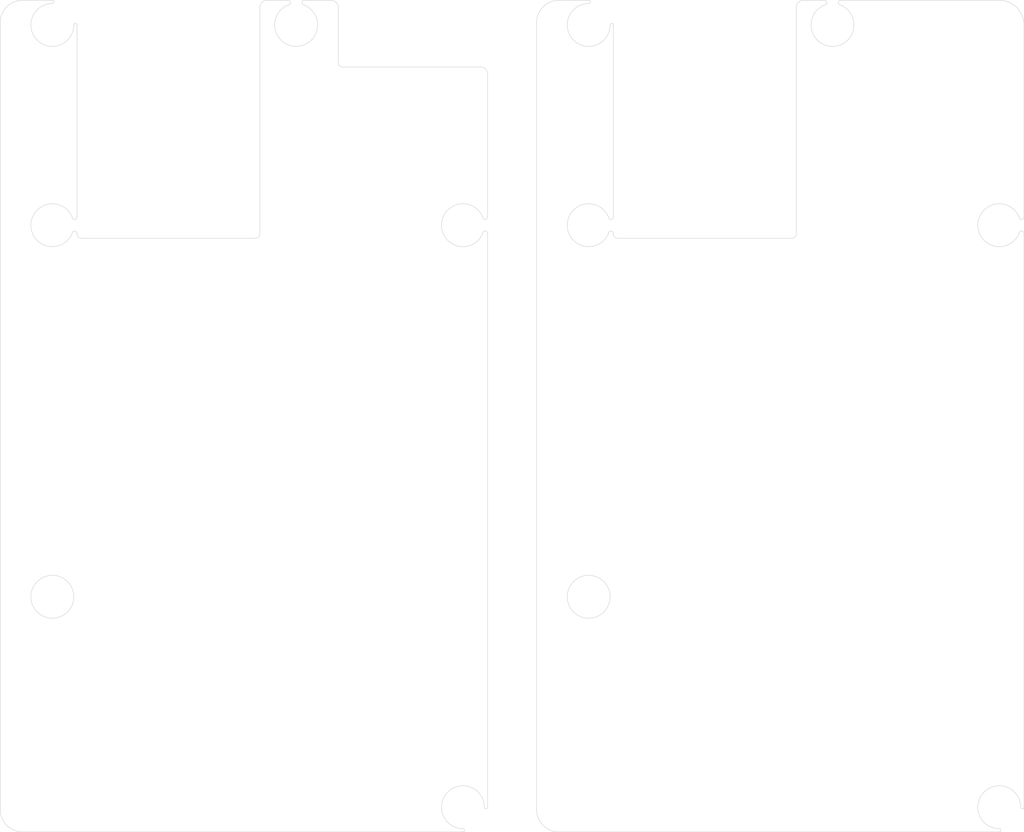
<source format=kicad_pcb>
(kicad_pcb (version 20171130) (host pcbnew "(5.1.12)-1")

  (general
    (thickness 1.6)
    (drawings 70)
    (tracks 0)
    (zones 0)
    (modules 0)
    (nets 1)
  )

  (page A4)
  (layers
    (0 F.Cu signal)
    (31 B.Cu signal)
    (32 B.Adhes user)
    (33 F.Adhes user)
    (34 B.Paste user)
    (35 F.Paste user)
    (36 B.SilkS user)
    (37 F.SilkS user)
    (38 B.Mask user)
    (39 F.Mask user)
    (40 Dwgs.User user)
    (41 Cmts.User user)
    (42 Eco1.User user)
    (43 Eco2.User user)
    (44 Edge.Cuts user)
    (45 Margin user)
    (46 B.CrtYd user)
    (47 F.CrtYd user)
    (48 B.Fab user)
    (49 F.Fab user)
  )

  (setup
    (last_trace_width 0.25)
    (user_trace_width 0.5)
    (trace_clearance 0.2)
    (zone_clearance 0)
    (zone_45_only no)
    (trace_min 0.2)
    (via_size 0.8)
    (via_drill 0.4)
    (via_min_size 0.4)
    (via_min_drill 0.3)
    (uvia_size 0.3)
    (uvia_drill 0.1)
    (uvias_allowed no)
    (uvia_min_size 0.2)
    (uvia_min_drill 0.1)
    (edge_width 0.05)
    (segment_width 0.2)
    (pcb_text_width 0.3)
    (pcb_text_size 1.5 1.5)
    (mod_edge_width 0.12)
    (mod_text_size 1 1)
    (mod_text_width 0.15)
    (pad_size 1.524 1.524)
    (pad_drill 0.762)
    (pad_to_mask_clearance 0)
    (aux_axis_origin 0 0)
    (visible_elements 7FFFFFFF)
    (pcbplotparams
      (layerselection 0x010fc_ffffffff)
      (usegerberextensions false)
      (usegerberattributes true)
      (usegerberadvancedattributes true)
      (creategerberjobfile true)
      (excludeedgelayer true)
      (linewidth 0.100000)
      (plotframeref false)
      (viasonmask false)
      (mode 1)
      (useauxorigin false)
      (hpglpennumber 1)
      (hpglpenspeed 20)
      (hpglpendiameter 15.000000)
      (psnegative false)
      (psa4output false)
      (plotreference true)
      (plotvalue true)
      (plotinvisibletext false)
      (padsonsilk false)
      (subtractmaskfromsilk false)
      (outputformat 1)
      (mirror false)
      (drillshape 1)
      (scaleselection 1)
      (outputdirectory ""))
  )

  (net 0 "")

  (net_class Default "This is the default net class."
    (clearance 0.2)
    (trace_width 0.25)
    (via_dia 0.8)
    (via_drill 0.4)
    (uvia_dia 0.3)
    (uvia_drill 0.1)
  )

  (gr_arc (start 161.397756 -11.013291) (end 163.929008 -11.013291) (angle -90) (layer Edge.Cuts) (width 0.05) (tstamp 63DBC6AD))
  (gr_arc (start 144.29695 -11.013291) (end 143.455046 -13.045826) (angle -315) (layer Edge.Cuts) (width 0.05) (tstamp 63AC1039))
  (gr_line (start 121.824944 -11.013291) (end 121.824944 8.683104) (layer Edge.Cuts) (width 0.05) (tstamp 63AC1038))
  (gr_line (start 145.138854 -13.54452) (end 161.397756 -13.54452) (layer Edge.Cuts) (width 0.05) (tstamp 63AC1037))
  (gr_arc (start 119.293836 -11.013291) (end 119.293836 -13.213291) (angle -269.9961502) (layer Edge.Cuts) (width 0.05) (tstamp 63AC1036))
  (gr_arc (start 161.397756 9.525008) (end 163.430291 8.683104) (angle -315) (layer Edge.Cuts) (width 0.05) (tstamp 63AC1033))
  (gr_arc (start 119.293836 9.525008) (end 121.326371 8.683104) (angle -315) (layer Edge.Cuts) (width 0.05) (tstamp 63AC1030))
  (gr_arc (start 163.67965 8.683104) (end 163.430292 8.683104) (angle -180) (layer Edge.Cuts) (width 0.05) (tstamp 63AC102F))
  (gr_arc (start 163.67965 10.366911) (end 163.929007 10.366911) (angle -180.0002298) (layer Edge.Cuts) (width 0.05) (tstamp 63AC102E))
  (gr_line (start 163.929008 8.683104) (end 163.929008 -11.013291) (layer Edge.Cuts) (width 0.05) (tstamp 63AC102D))
  (gr_circle (center 119.293836 47.625008) (end 119.293836 45.425008) (layer Edge.Cuts) (width 0.05) (tstamp 63AC102C))
  (gr_arc (start 161.397756 71.570714) (end 161.397756 71.73634) (angle -180) (layer Edge.Cuts) (width 0.05) (tstamp 63AC102B))
  (gr_arc (start 163.763382 69.205088) (end 163.597756 69.205088) (angle -180) (layer Edge.Cuts) (width 0.05) (tstamp 63AC102A))
  (gr_arc (start 161.397756 69.205088) (end 163.597756 69.205088) (angle -270) (layer Edge.Cuts) (width 0.05) (tstamp 63AC1029))
  (gr_arc (start 143.455045 -13.295173) (end 143.455045 -13.045826) (angle -179.9997702) (layer Edge.Cuts) (width 0.05) (tstamp 63AC1028))
  (gr_arc (start 141.32024 -12.799208) (end 141.32024 -13.54452) (angle -90) (layer Edge.Cuts) (width 0.05) (tstamp 63AC1027))
  (gr_line (start 141.32024 -13.54452) (end 143.455046 -13.54452) (layer Edge.Cuts) (width 0.05) (tstamp 63AC1026))
  (gr_line (start 163.929008 69.205088) (end 163.929008 10.366912) (layer Edge.Cuts) (width 0.05) (tstamp 63AC1025))
  (gr_arc (start 122.270256 10.41796) (end 122.270256 10.863272) (angle 90) (layer Edge.Cuts) (width 0.05) (tstamp 63AC1023))
  (gr_arc (start 145.138854 -13.295173) (end 145.138854 -13.54452) (angle -179.9997702) (layer Edge.Cuts) (width 0.05) (tstamp 63AC1022))
  (gr_arc (start 121.575657 10.366911) (end 121.824943 10.366911) (angle -180) (layer Edge.Cuts) (width 0.05) (tstamp 63AC1021))
  (gr_arc (start 116.249549 -11.248111) (end 113.953117 -11.248111) (angle 90) (layer Edge.Cuts) (width 0.05) (tstamp 63AC1020))
  (gr_arc (start 116.249549 69.439908) (end 113.953117 69.439908) (angle -90) (layer Edge.Cuts) (width 0.05) (tstamp 63AC101F))
  (gr_line (start 121.824944 10.41796) (end 121.824943 10.366911) (layer Edge.Cuts) (width 0.05) (tstamp 63AC101E))
  (gr_arc (start 119.293836 -13.378906) (end 119.293836 -13.213292) (angle -180) (layer Edge.Cuts) (width 0.05) (tstamp 63AC101D))
  (gr_line (start 113.953117 69.439908) (end 113.953117 -11.248111) (layer Edge.Cuts) (width 0.05) (tstamp 63AC101C))
  (gr_arc (start 121.65933 -11.013291) (end 121.824944 -11.013291) (angle -180) (layer Edge.Cuts) (width 0.05) (tstamp 63AC101B))
  (gr_arc (start 121.575658 8.683104) (end 121.326372 8.683104) (angle -180) (layer Edge.Cuts) (width 0.05) (tstamp 63AC101A))
  (gr_line (start 122.270256 10.863272) (end 140.129616 10.863272) (layer Edge.Cuts) (width 0.05) (tstamp 63AC1017))
  (gr_line (start 140.574928 10.41796) (end 140.574928 -12.799208) (layer Edge.Cuts) (width 0.05) (tstamp 63AC1016))
  (gr_arc (start 140.129616 10.41796) (end 140.574928 10.41796) (angle 90) (layer Edge.Cuts) (width 0.05) (tstamp 63AC1015))
  (gr_line (start 116.249549 71.73634) (end 161.397756 71.73634) (layer Edge.Cuts) (width 0.05) (tstamp 63AC1014))
  (gr_line (start 116.249549 -13.544543) (end 119.293836 -13.54452) (layer Edge.Cuts) (width 0.05) (tstamp 63AC1013))
  (gr_line (start 61.249549 -13.544543) (end 64.293836 -13.54452) (layer Edge.Cuts) (width 0.05) (tstamp 638C3D48))
  (gr_line (start 61.249549 71.73634) (end 106.397756 71.73634) (layer Edge.Cuts) (width 0.05) (tstamp 638C3D49))
  (gr_arc (start 85.129616 10.41796) (end 85.574928 10.41796) (angle 90) (layer Edge.Cuts) (width 0.05) (tstamp 638C3D4C))
  (gr_line (start 85.574928 10.41796) (end 85.574928 -12.799208) (layer Edge.Cuts) (width 0.05) (tstamp 638C3D67))
  (gr_line (start 67.270256 10.863272) (end 85.129616 10.863272) (layer Edge.Cuts) (width 0.05) (tstamp 638C3D64))
  (gr_arc (start 94.059296 -7.143744) (end 94.059296 -6.698432) (angle 90) (layer Edge.Cuts) (width 0.05) (tstamp 638C3D59))
  (gr_line (start 93.613984 -7.143744) (end 93.613984 -12.799208) (layer Edge.Cuts) (width 0.05) (tstamp 638C3D6B))
  (gr_line (start 108.183696 -6.698432) (end 94.059296 -6.698432) (layer Edge.Cuts) (width 0.05) (tstamp 638C3D6D))
  (gr_arc (start 106.397756 69.205088) (end 108.597756 69.205088) (angle -270) (layer Edge.Cuts) (width 0.05) (tstamp 638C3D6A))
  (gr_line (start 86.32024 -13.54452) (end 88.455046 -13.54452) (layer Edge.Cuts) (width 0.05) (tstamp 638C3D68))
  (gr_line (start 66.824944 -11.013291) (end 66.824944 8.683104) (layer Edge.Cuts) (width 0.05) (tstamp 638C3D65))
  (gr_arc (start 108.183696 -5.95312) (end 108.929008 -5.95312) (angle -90) (layer Edge.Cuts) (width 0.05) (tstamp 638C3D63))
  (gr_arc (start 108.763382 69.205088) (end 108.597756 69.205088) (angle -180) (layer Edge.Cuts) (width 0.05) (tstamp 638C3D62))
  (gr_line (start 108.929008 8.683104) (end 108.929008 -5.95312) (layer Edge.Cuts) (width 0.05) (tstamp 638C3D61))
  (gr_arc (start 106.397756 71.570714) (end 106.397756 71.73634) (angle -180) (layer Edge.Cuts) (width 0.05) (tstamp 638C3D5E))
  (gr_arc (start 108.67965 10.366911) (end 108.929007 10.366911) (angle -180.0002298) (layer Edge.Cuts) (width 0.05) (tstamp 638C3D5D))
  (gr_arc (start 108.67965 8.683104) (end 108.430292 8.683104) (angle -180) (layer Edge.Cuts) (width 0.05) (tstamp 638C3D5C))
  (gr_line (start 90.138854 -13.54452) (end 92.868672 -13.54452) (layer Edge.Cuts) (width 0.05) (tstamp 638C3D5B))
  (gr_circle (center 64.293836 47.625008) (end 64.293836 45.425008) (layer Edge.Cuts) (width 0.05) (tstamp 638C3D5A))
  (gr_arc (start 89.29695 -11.013291) (end 88.455046 -13.045826) (angle -315) (layer Edge.Cuts) (width 0.05) (tstamp 638C3D58))
  (gr_arc (start 64.293836 9.525008) (end 66.326371 8.683104) (angle -315) (layer Edge.Cuts) (width 0.05) (tstamp 638C3D57))
  (gr_arc (start 106.397756 9.525008) (end 108.430291 8.683104) (angle -315) (layer Edge.Cuts) (width 0.05) (tstamp 638C3D54))
  (gr_arc (start 64.293836 -11.013291) (end 64.293836 -13.213291) (angle -269.9961502) (layer Edge.Cuts) (width 0.05) (tstamp 638C3D53))
  (gr_arc (start 67.270256 10.41796) (end 67.270256 10.863272) (angle 90) (layer Edge.Cuts) (width 0.05) (tstamp 638C3D52))
  (gr_arc (start 92.868672 -12.799208) (end 92.868672 -13.54452) (angle 90) (layer Edge.Cuts) (width 0.05) (tstamp 638C3D50))
  (gr_arc (start 86.32024 -12.799208) (end 86.32024 -13.54452) (angle -90) (layer Edge.Cuts) (width 0.05) (tstamp 638C3D4D))
  (gr_line (start 108.929008 69.205088) (end 108.929008 10.366912) (layer Edge.Cuts) (width 0.05) (tstamp 638C3D4A))
  (gr_arc (start 88.455045 -13.295173) (end 88.455045 -13.045826) (angle -179.9997702) (layer Edge.Cuts) (width 0.05) (tstamp 638C3D47))
  (gr_arc (start 66.65933 -11.013291) (end 66.824944 -11.013291) (angle -180) (layer Edge.Cuts) (width 0.05) (tstamp 638C3D46))
  (gr_arc (start 66.575658 8.683104) (end 66.326372 8.683104) (angle -180) (layer Edge.Cuts) (width 0.05) (tstamp 638C3D45))
  (gr_arc (start 66.575657 10.366911) (end 66.824943 10.366911) (angle -180) (layer Edge.Cuts) (width 0.05) (tstamp 638C3D44))
  (gr_line (start 66.824944 10.41796) (end 66.824943 10.366911) (layer Edge.Cuts) (width 0.05) (tstamp 638C3D43))
  (gr_arc (start 64.293836 -13.378906) (end 64.293836 -13.213292) (angle -180) (layer Edge.Cuts) (width 0.05) (tstamp 638C3D42))
  (gr_arc (start 90.138854 -13.295173) (end 90.138854 -13.54452) (angle -179.9997702) (layer Edge.Cuts) (width 0.05) (tstamp 638C3D41))
  (gr_arc (start 61.249549 69.439908) (end 58.953117 69.439908) (angle -90) (layer Edge.Cuts) (width 0.05))
  (gr_arc (start 61.249549 -11.248111) (end 58.953117 -11.248111) (angle 90) (layer Edge.Cuts) (width 0.05))
  (gr_line (start 58.953117 69.439908) (end 58.953117 -11.248111) (layer Edge.Cuts) (width 0.05) (tstamp 638A6F7D))

)

</source>
